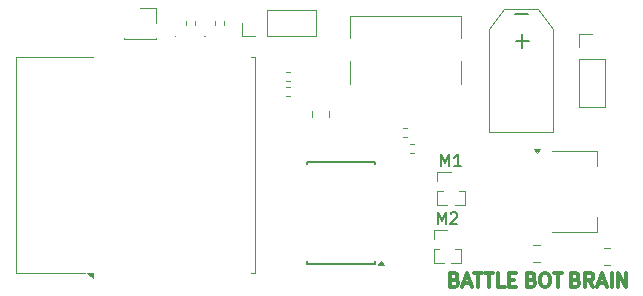
<source format=gto>
%TF.GenerationSoftware,KiCad,Pcbnew,9.0.3*%
%TF.CreationDate,2025-08-05T23:38:35-05:00*%
%TF.ProjectId,Battle_Bot_Mind,42617474-6c65-45f4-926f-745f4d696e64,rev?*%
%TF.SameCoordinates,Original*%
%TF.FileFunction,Legend,Top*%
%TF.FilePolarity,Positive*%
%FSLAX46Y46*%
G04 Gerber Fmt 4.6, Leading zero omitted, Abs format (unit mm)*
G04 Created by KiCad (PCBNEW 9.0.3) date 2025-08-05 23:38:35*
%MOMM*%
%LPD*%
G01*
G04 APERTURE LIST*
%ADD10C,0.300000*%
%ADD11C,0.150000*%
%ADD12C,0.120000*%
%ADD13C,0.100000*%
G04 APERTURE END LIST*
D10*
X137133082Y-93958971D02*
X137304510Y-94016114D01*
X137304510Y-94016114D02*
X137361653Y-94073257D01*
X137361653Y-94073257D02*
X137418796Y-94187542D01*
X137418796Y-94187542D02*
X137418796Y-94358971D01*
X137418796Y-94358971D02*
X137361653Y-94473257D01*
X137361653Y-94473257D02*
X137304510Y-94530400D01*
X137304510Y-94530400D02*
X137190225Y-94587542D01*
X137190225Y-94587542D02*
X136733082Y-94587542D01*
X136733082Y-94587542D02*
X136733082Y-93387542D01*
X136733082Y-93387542D02*
X137133082Y-93387542D01*
X137133082Y-93387542D02*
X137247368Y-93444685D01*
X137247368Y-93444685D02*
X137304510Y-93501828D01*
X137304510Y-93501828D02*
X137361653Y-93616114D01*
X137361653Y-93616114D02*
X137361653Y-93730400D01*
X137361653Y-93730400D02*
X137304510Y-93844685D01*
X137304510Y-93844685D02*
X137247368Y-93901828D01*
X137247368Y-93901828D02*
X137133082Y-93958971D01*
X137133082Y-93958971D02*
X136733082Y-93958971D01*
X137875939Y-94244685D02*
X138447368Y-94244685D01*
X137761653Y-94587542D02*
X138161653Y-93387542D01*
X138161653Y-93387542D02*
X138561653Y-94587542D01*
X138790224Y-93387542D02*
X139475939Y-93387542D01*
X139133081Y-94587542D02*
X139133081Y-93387542D01*
X139704510Y-93387542D02*
X140390225Y-93387542D01*
X140047367Y-94587542D02*
X140047367Y-93387542D01*
X141361653Y-94587542D02*
X140790225Y-94587542D01*
X140790225Y-94587542D02*
X140790225Y-93387542D01*
X141761654Y-93958971D02*
X142161654Y-93958971D01*
X142333082Y-94587542D02*
X141761654Y-94587542D01*
X141761654Y-94587542D02*
X141761654Y-93387542D01*
X141761654Y-93387542D02*
X142333082Y-93387542D01*
X147383082Y-93958971D02*
X147554510Y-94016114D01*
X147554510Y-94016114D02*
X147611653Y-94073257D01*
X147611653Y-94073257D02*
X147668796Y-94187542D01*
X147668796Y-94187542D02*
X147668796Y-94358971D01*
X147668796Y-94358971D02*
X147611653Y-94473257D01*
X147611653Y-94473257D02*
X147554510Y-94530400D01*
X147554510Y-94530400D02*
X147440225Y-94587542D01*
X147440225Y-94587542D02*
X146983082Y-94587542D01*
X146983082Y-94587542D02*
X146983082Y-93387542D01*
X146983082Y-93387542D02*
X147383082Y-93387542D01*
X147383082Y-93387542D02*
X147497368Y-93444685D01*
X147497368Y-93444685D02*
X147554510Y-93501828D01*
X147554510Y-93501828D02*
X147611653Y-93616114D01*
X147611653Y-93616114D02*
X147611653Y-93730400D01*
X147611653Y-93730400D02*
X147554510Y-93844685D01*
X147554510Y-93844685D02*
X147497368Y-93901828D01*
X147497368Y-93901828D02*
X147383082Y-93958971D01*
X147383082Y-93958971D02*
X146983082Y-93958971D01*
X148868796Y-94587542D02*
X148468796Y-94016114D01*
X148183082Y-94587542D02*
X148183082Y-93387542D01*
X148183082Y-93387542D02*
X148640225Y-93387542D01*
X148640225Y-93387542D02*
X148754510Y-93444685D01*
X148754510Y-93444685D02*
X148811653Y-93501828D01*
X148811653Y-93501828D02*
X148868796Y-93616114D01*
X148868796Y-93616114D02*
X148868796Y-93787542D01*
X148868796Y-93787542D02*
X148811653Y-93901828D01*
X148811653Y-93901828D02*
X148754510Y-93958971D01*
X148754510Y-93958971D02*
X148640225Y-94016114D01*
X148640225Y-94016114D02*
X148183082Y-94016114D01*
X149325939Y-94244685D02*
X149897368Y-94244685D01*
X149211653Y-94587542D02*
X149611653Y-93387542D01*
X149611653Y-93387542D02*
X150011653Y-94587542D01*
X150411653Y-94587542D02*
X150411653Y-93387542D01*
X150983082Y-94587542D02*
X150983082Y-93387542D01*
X150983082Y-93387542D02*
X151668796Y-94587542D01*
X151668796Y-94587542D02*
X151668796Y-93387542D01*
X143633082Y-93958971D02*
X143804510Y-94016114D01*
X143804510Y-94016114D02*
X143861653Y-94073257D01*
X143861653Y-94073257D02*
X143918796Y-94187542D01*
X143918796Y-94187542D02*
X143918796Y-94358971D01*
X143918796Y-94358971D02*
X143861653Y-94473257D01*
X143861653Y-94473257D02*
X143804510Y-94530400D01*
X143804510Y-94530400D02*
X143690225Y-94587542D01*
X143690225Y-94587542D02*
X143233082Y-94587542D01*
X143233082Y-94587542D02*
X143233082Y-93387542D01*
X143233082Y-93387542D02*
X143633082Y-93387542D01*
X143633082Y-93387542D02*
X143747368Y-93444685D01*
X143747368Y-93444685D02*
X143804510Y-93501828D01*
X143804510Y-93501828D02*
X143861653Y-93616114D01*
X143861653Y-93616114D02*
X143861653Y-93730400D01*
X143861653Y-93730400D02*
X143804510Y-93844685D01*
X143804510Y-93844685D02*
X143747368Y-93901828D01*
X143747368Y-93901828D02*
X143633082Y-93958971D01*
X143633082Y-93958971D02*
X143233082Y-93958971D01*
X144661653Y-93387542D02*
X144890225Y-93387542D01*
X144890225Y-93387542D02*
X145004510Y-93444685D01*
X145004510Y-93444685D02*
X145118796Y-93558971D01*
X145118796Y-93558971D02*
X145175939Y-93787542D01*
X145175939Y-93787542D02*
X145175939Y-94187542D01*
X145175939Y-94187542D02*
X145118796Y-94416114D01*
X145118796Y-94416114D02*
X145004510Y-94530400D01*
X145004510Y-94530400D02*
X144890225Y-94587542D01*
X144890225Y-94587542D02*
X144661653Y-94587542D01*
X144661653Y-94587542D02*
X144547368Y-94530400D01*
X144547368Y-94530400D02*
X144433082Y-94416114D01*
X144433082Y-94416114D02*
X144375939Y-94187542D01*
X144375939Y-94187542D02*
X144375939Y-93787542D01*
X144375939Y-93787542D02*
X144433082Y-93558971D01*
X144433082Y-93558971D02*
X144547368Y-93444685D01*
X144547368Y-93444685D02*
X144661653Y-93387542D01*
X145518796Y-93387542D02*
X146204511Y-93387542D01*
X145861653Y-94587542D02*
X145861653Y-93387542D01*
D11*
X142864700Y-74321428D02*
X142864700Y-73178571D01*
X143436128Y-73749999D02*
X142293271Y-73749999D01*
X142203571Y-71489700D02*
X143346429Y-71489700D01*
X135690476Y-89259819D02*
X135690476Y-88259819D01*
X135690476Y-88259819D02*
X136023809Y-88974104D01*
X136023809Y-88974104D02*
X136357142Y-88259819D01*
X136357142Y-88259819D02*
X136357142Y-89259819D01*
X136785714Y-88355057D02*
X136833333Y-88307438D01*
X136833333Y-88307438D02*
X136928571Y-88259819D01*
X136928571Y-88259819D02*
X137166666Y-88259819D01*
X137166666Y-88259819D02*
X137261904Y-88307438D01*
X137261904Y-88307438D02*
X137309523Y-88355057D01*
X137309523Y-88355057D02*
X137357142Y-88450295D01*
X137357142Y-88450295D02*
X137357142Y-88545533D01*
X137357142Y-88545533D02*
X137309523Y-88688390D01*
X137309523Y-88688390D02*
X136738095Y-89259819D01*
X136738095Y-89259819D02*
X137357142Y-89259819D01*
X135990476Y-84334819D02*
X135990476Y-83334819D01*
X135990476Y-83334819D02*
X136323809Y-84049104D01*
X136323809Y-84049104D02*
X136657142Y-83334819D01*
X136657142Y-83334819D02*
X136657142Y-84334819D01*
X137657142Y-84334819D02*
X137085714Y-84334819D01*
X137371428Y-84334819D02*
X137371428Y-83334819D01*
X137371428Y-83334819D02*
X137276190Y-83477676D01*
X137276190Y-83477676D02*
X137180952Y-83572914D01*
X137180952Y-83572914D02*
X137085714Y-83620533D01*
D12*
%TO.C,J2*%
X140040000Y-72740000D02*
X140040000Y-81460000D01*
X141340000Y-71040000D02*
X140040000Y-72740000D01*
X144160000Y-71040000D02*
X141340000Y-71040000D01*
X144160000Y-71040000D02*
X145460000Y-72740000D01*
X145460000Y-72740000D02*
X145460000Y-81460000D01*
X145460000Y-81460000D02*
X140040000Y-81460000D01*
%TO.C,U1*%
X99990000Y-75140000D02*
X106490000Y-75140000D01*
X99990000Y-93360000D02*
X99990000Y-75140000D01*
X99990000Y-93360000D02*
X105800000Y-93360000D01*
X119910000Y-75140000D02*
X120210000Y-75140000D01*
X119910000Y-93360000D02*
X120210000Y-93360000D01*
X120210000Y-93360000D02*
X120210000Y-75140000D01*
X106500000Y-93850000D02*
X106000000Y-93350000D01*
X106500000Y-93350000D01*
X106500000Y-93850000D01*
G36*
X106500000Y-93850000D02*
G01*
X106000000Y-93350000D01*
X106500000Y-93350000D01*
X106500000Y-93850000D01*
G37*
%TO.C,J4*%
X109170000Y-73460000D02*
X109170000Y-73580000D01*
X109170000Y-73580000D02*
X111830000Y-73580000D01*
X110500000Y-70920000D02*
X111830000Y-70920000D01*
X111830000Y-70920000D02*
X111830000Y-72250000D01*
X111830000Y-73460000D02*
X111830000Y-73580000D01*
%TO.C,R4*%
X114370000Y-72363641D02*
X114370000Y-72056359D01*
X115130000Y-72363641D02*
X115130000Y-72056359D01*
%TO.C,R6*%
X123167621Y-76408000D02*
X122832379Y-76408000D01*
X123167621Y-77168000D02*
X122832379Y-77168000D01*
%TO.C,DBG1*%
X119140000Y-73360000D02*
X119140000Y-72250000D01*
X120250000Y-73360000D02*
X119140000Y-73360000D01*
X121250000Y-71140000D02*
X125360000Y-71140000D01*
X121250000Y-73360000D02*
X121250000Y-71140000D01*
X121250000Y-73360000D02*
X125360000Y-73360000D01*
X125360000Y-73360000D02*
X125360000Y-71140000D01*
%TO.C,R5*%
X123167621Y-77658000D02*
X122832379Y-77658000D01*
X123167621Y-78418000D02*
X122832379Y-78418000D01*
%TO.C,R1*%
X133332379Y-82430000D02*
X133667621Y-82430000D01*
X133332379Y-83190000D02*
X133667621Y-83190000D01*
%TO.C,M2*%
X135340000Y-89740000D02*
X136500000Y-89740000D01*
X135340000Y-90550000D02*
X135340000Y-89740000D01*
X135340000Y-91360000D02*
X135340000Y-92565000D01*
X135340000Y-91360000D02*
X135833292Y-91360000D01*
X135340000Y-92565000D02*
X136182077Y-92565000D01*
X136817923Y-92565000D02*
X137660000Y-92565000D01*
X137166708Y-91360000D02*
X137660000Y-91360000D01*
X137660000Y-91360000D02*
X137660000Y-92565000D01*
%TO.C,J1*%
X128300000Y-73500000D02*
X128300000Y-71600000D01*
X128300000Y-77400000D02*
X128300000Y-75400000D01*
X137700000Y-71600000D02*
X128300000Y-71600000D01*
X137700000Y-73500000D02*
X137700000Y-71600000D01*
X137700000Y-77400000D02*
X137700000Y-75400000D01*
%TO.C,M1*%
X135640000Y-84815000D02*
X136800000Y-84815000D01*
X135640000Y-85625000D02*
X135640000Y-84815000D01*
X135640000Y-86435000D02*
X135640000Y-87640000D01*
X135640000Y-86435000D02*
X136133292Y-86435000D01*
X135640000Y-87640000D02*
X136482077Y-87640000D01*
X137117923Y-87640000D02*
X137960000Y-87640000D01*
X137466708Y-86435000D02*
X137960000Y-86435000D01*
X137960000Y-86435000D02*
X137960000Y-87640000D01*
D13*
%TO.C,D1*%
X116050000Y-73325000D02*
G75*
G02*
X115950000Y-73325000I-50000J0D01*
G01*
X115950000Y-73325000D02*
G75*
G02*
X116050000Y-73325000I50000J0D01*
G01*
D12*
%TO.C,C1*%
X125015000Y-79688748D02*
X125015000Y-80211252D01*
X126485000Y-79688748D02*
X126485000Y-80211252D01*
D11*
%TO.C,U2*%
X124625000Y-83950000D02*
X124625000Y-84175000D01*
X124625000Y-92600000D02*
X124625000Y-92375000D01*
X130375000Y-83950000D02*
X124625000Y-83950000D01*
X130375000Y-83950000D02*
X130375000Y-84175000D01*
X130375000Y-92600000D02*
X124625000Y-92600000D01*
X130375000Y-92600000D02*
X130375000Y-92375000D01*
D12*
X131115000Y-92680000D02*
X130635000Y-92680000D01*
X130875000Y-92350000D01*
X131115000Y-92680000D01*
G36*
X131115000Y-92680000D02*
G01*
X130635000Y-92680000D01*
X130875000Y-92350000D01*
X131115000Y-92680000D01*
G37*
%TO.C,R3*%
X116870000Y-72363641D02*
X116870000Y-72056359D01*
X117630000Y-72363641D02*
X117630000Y-72056359D01*
D13*
%TO.C,D2*%
X113550000Y-73325000D02*
G75*
G02*
X113450000Y-73325000I-50000J0D01*
G01*
X113450000Y-73325000D02*
G75*
G02*
X113550000Y-73325000I50000J0D01*
G01*
D12*
%TO.C,U4*%
X145400000Y-83090000D02*
X149160000Y-83090000D01*
X145400000Y-89910000D02*
X149160000Y-89910000D01*
X149160000Y-83090000D02*
X149160000Y-84350000D01*
X149160000Y-89910000D02*
X149160000Y-88650000D01*
X144120000Y-83190000D02*
X143880000Y-82860000D01*
X144360000Y-82860000D01*
X144120000Y-83190000D01*
G36*
X144120000Y-83190000D02*
G01*
X143880000Y-82860000D01*
X144360000Y-82860000D01*
X144120000Y-83190000D01*
G37*
%TO.C,C6*%
X143788748Y-91015000D02*
X144311252Y-91015000D01*
X143788748Y-92485000D02*
X144311252Y-92485000D01*
%TO.C,C5*%
X150261252Y-91265000D02*
X149738748Y-91265000D01*
X150261252Y-92735000D02*
X149738748Y-92735000D01*
%TO.C,R2*%
X133070121Y-81120000D02*
X132734879Y-81120000D01*
X133070121Y-81880000D02*
X132734879Y-81880000D01*
%TO.C,J3*%
X147640000Y-73140000D02*
X148750000Y-73140000D01*
X147640000Y-74250000D02*
X147640000Y-73140000D01*
X147640000Y-75250000D02*
X147640000Y-79360000D01*
X147640000Y-75250000D02*
X149860000Y-75250000D01*
X147640000Y-79360000D02*
X149860000Y-79360000D01*
X149860000Y-75250000D02*
X149860000Y-79360000D01*
%TD*%
M02*

</source>
